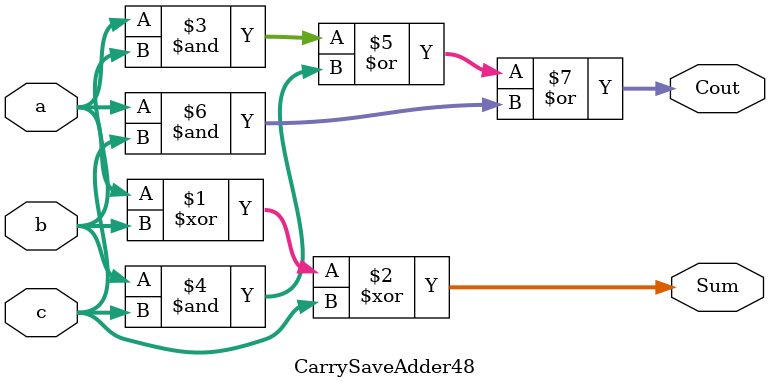
<source format=v>
`ifndef __INTEGER_MULTIPLIER
`define __INTEGER_MULTIPLIER

module Int_Multiplier(
    input [23:0] a, b,
    output [47:0] product
);

// ================================================================================
// Declare Wires
// ================================================================================

    wire [47:0] s00, c00, s01, c01, s02, c02, s03, c03, s04, c04, s05, c05, s06, c06, s07, c07;
    wire [47:0] s10, c10, s11, c11, s12, c12, s13, c13, s14, c14;
    wire [47:0] s20, c20, s21, c21, s22, c22;
    wire [47:0] s30, c30, s31, c31;
    wire [47:0] s40, c40, s41, c41;
    wire [47:0] s50, c50;
    wire [47:0] s60, c60;
    wire [47:0] 
        p0, p1, p2, p3, p4, p5, p6, p7, p8, p9, 
        p10, p11, p12, p13, p14, p15, p16, p17, p18, p19, 
        p20, p21, p22, p23;
    
// ================================================================================
// Generate Products
// ================================================================================

    assign p0 = a & {24{b[0]}};
    assign p1 = a & {24{b[1]}};
    assign p2 = a & {24{b[2]}};
    assign p3 = a & {24{b[3]}};
    assign p4 = a & {24{b[4]}};
    assign p5 = a & {24{b[5]}};
    assign p6 = a & {24{b[6]}};
    assign p7 = a & {24{b[7]}};
    assign p8 = a & {24{b[8]}};
    assign p9 = a & {24{b[9]}};
    assign p10 = a & {24{b[10]}};
    assign p11 = a & {24{b[11]}};
    assign p12 = a & {24{b[12]}};
    assign p13 = a & {24{b[13]}};
    assign p14 = a & {24{b[14]}};
    assign p15 = a & {24{b[15]}};
    assign p16 = a & {24{b[16]}};
    assign p17 = a & {24{b[17]}};
    assign p18 = a & {24{b[18]}};
    assign p19 = a & {24{b[19]}};
    assign p20 = a & {24{b[20]}};
    assign p21 = a & {24{b[21]}};
    assign p22 = a & {24{b[22]}};
    assign p23 = a & {24{b[23]}};


    CarrySaveAdder48 add_00(p0,      p1<<1,   p2<<2,   s00, c00);
    CarrySaveAdder48 add_01(p3<<3,   p4<<4,   p5<<5,   s01, c01);
    CarrySaveAdder48 add_02(p6<<6,   p7<<7,   p8<<8,   s02, c02);
    CarrySaveAdder48 add_03(p9<<9,   p10<<10, p11<<11, s03, c03);
    CarrySaveAdder48 add_04(p12<<12, p13<<13, p14<<14, s04, c04);
    CarrySaveAdder48 add_05(p15<<15, p16<<16, p17<<17, s05, c05);
    CarrySaveAdder48 add_06(p18<<18, p19<<19, p20<<20, s06, c06);
    CarrySaveAdder48 add_07(p21<<21, p22<<22, p23<<23, s07, c07);


    CarrySaveAdder48 add_10(s00,    c00<<1,  s01,    s10, c10);
    CarrySaveAdder48 add_11(c01<<1, s02,     c02<<1, s11, c11);
    CarrySaveAdder48 add_12(s03,    c03<<1,  s04,    s12, c12);
    CarrySaveAdder48 add_13(c04<<1, s05,     c05<<1, s13, c13);
    CarrySaveAdder48 add_14(s06,    c06<<1,  s07,    s14, c14); // c07


    CarrySaveAdder48 add_20(s10,    c10<<1, s11,    s20, c20);
    CarrySaveAdder48 add_21(c11<<1, s12,    c12<<1, s21, c21);
    CarrySaveAdder48 add_22(s13,    c13<<1, s14,    s22, c22); // c14


    CarrySaveAdder48 add_30(s20, c20<<1, s21, s30, c30);
    CarrySaveAdder48 add_31(c21<<1, s22, c22<<1, s31, c31);


    CarrySaveAdder48 add_40(s30,    c30<<1, s31,    s40, c40);
    CarrySaveAdder48 add_41(c31<<1, c07<<1, c14<<1, s41, c41);


    CarrySaveAdder48 add_50(s40, c40<<1, s41, s50, c50); // c41


    CarrySaveAdder48 add_60(s50, c50<<1, c41<<1, s60, c60);

    CarryLookaheadAdder #(48) cla(product, , s60, c60<<1, 1'b0);
endmodule

module CarrySaveAdder48(
    input   [47:0]  a,
    input   [47:0]  b,
    input   [47:0]  c, 
    output  [47:0]  Sum, 
    output  [47:0]  Cout
);
    assign Sum = a ^ b ^ c;
    assign Cout = a&b | b&c | a&c;
endmodule

`endif
</source>
